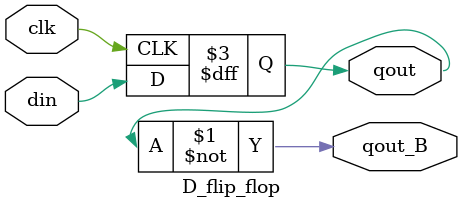
<source format=v>
module D_flip_flop (clk, din, qout, qout_B);

input clk,din;
output qout, qout_B;

reg qout;//qout_B;

assign qout_B = ~qout;

always @(posedge clk) begin
	qout <= din;
	//qout_B <= ~qout; DFF가 두개가 생김 
	
end
endmodule
</source>
